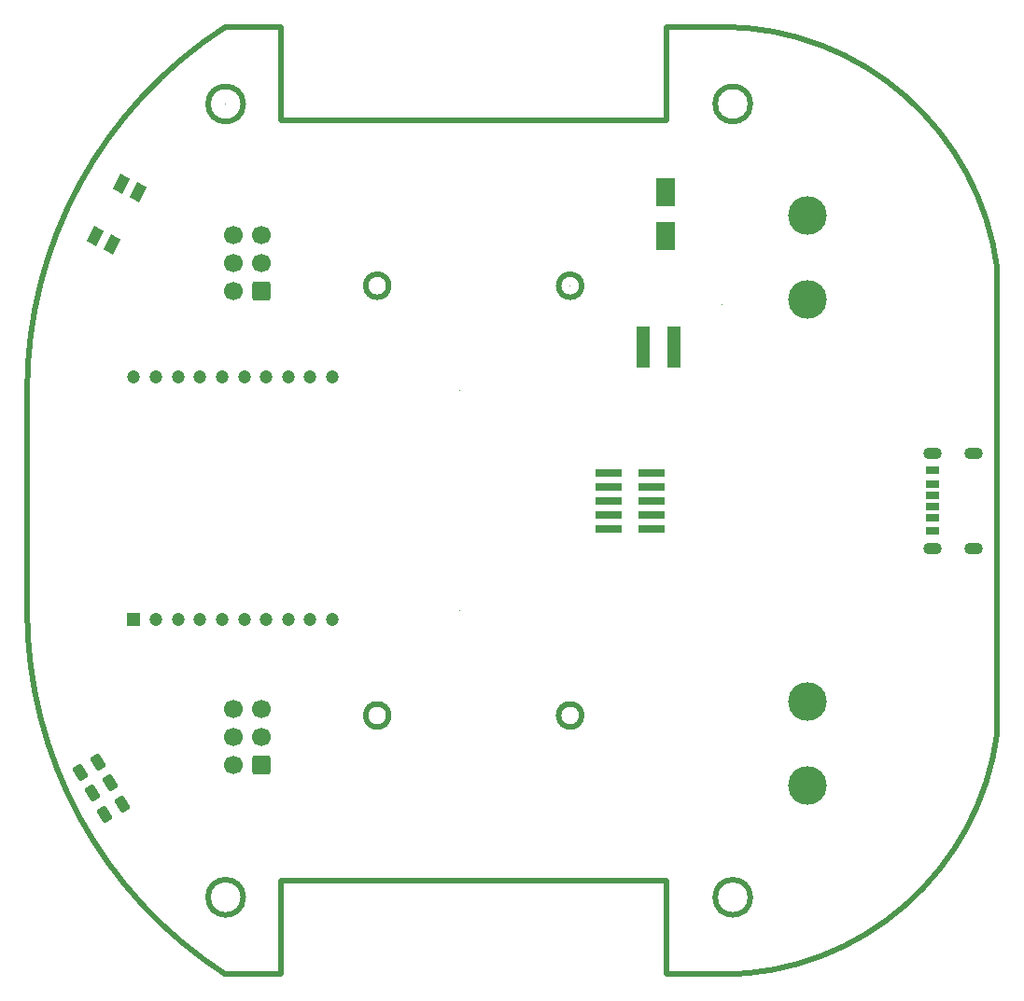
<source format=gbr>
%TF.GenerationSoftware,KiCad,Pcbnew,6.0.7-f9a2dced07~116~ubuntu20.04.1*%
%TF.CreationDate,2022-08-31T16:11:48+02:00*%
%TF.ProjectId,dumber-v3,64756d62-6572-42d7-9633-2e6b69636164,1.1*%
%TF.SameCoordinates,Original*%
%TF.FileFunction,Soldermask,Top*%
%TF.FilePolarity,Negative*%
%FSLAX46Y46*%
G04 Gerber Fmt 4.6, Leading zero omitted, Abs format (unit mm)*
G04 Created by KiCad (PCBNEW 6.0.7-f9a2dced07~116~ubuntu20.04.1) date 2022-08-31 16:11:48*
%MOMM*%
%LPD*%
G01*
G04 APERTURE LIST*
G04 Aperture macros list*
%AMRoundRect*
0 Rectangle with rounded corners*
0 $1 Rounding radius*
0 $2 $3 $4 $5 $6 $7 $8 $9 X,Y pos of 4 corners*
0 Add a 4 corners polygon primitive as box body*
4,1,4,$2,$3,$4,$5,$6,$7,$8,$9,$2,$3,0*
0 Add four circle primitives for the rounded corners*
1,1,$1+$1,$2,$3*
1,1,$1+$1,$4,$5*
1,1,$1+$1,$6,$7*
1,1,$1+$1,$8,$9*
0 Add four rect primitives between the rounded corners*
20,1,$1+$1,$2,$3,$4,$5,0*
20,1,$1+$1,$4,$5,$6,$7,0*
20,1,$1+$1,$6,$7,$8,$9,0*
20,1,$1+$1,$8,$9,$2,$3,0*%
%AMRotRect*
0 Rectangle, with rotation*
0 The origin of the aperture is its center*
0 $1 length*
0 $2 width*
0 $3 Rotation angle, in degrees counterclockwise*
0 Add horizontal line*
21,1,$1,$2,0,0,$3*%
G04 Aperture macros list end*
%TA.AperFunction,Profile*%
%ADD10C,0.010050*%
%TD*%
%TA.AperFunction,Profile*%
%ADD11C,0.500000*%
%TD*%
%ADD12RotRect,1.550000X1.000000X243.000000*%
%ADD13RoundRect,0.250000X0.600000X0.600000X-0.600000X0.600000X-0.600000X-0.600000X0.600000X-0.600000X0*%
%ADD14C,1.700000*%
%ADD15R,1.800000X2.500000*%
%ADD16RoundRect,0.243750X0.017031X-0.516999X0.439219X-0.273249X-0.017031X0.516999X-0.439219X0.273249X0*%
%ADD17C,3.500000*%
%ADD18R,1.200000X0.700000*%
%ADD19R,1.200000X0.760000*%
%ADD20R,1.200000X0.800000*%
%ADD21O,1.700000X1.100000*%
%ADD22R,2.400000X0.740000*%
%ADD23R,1.200000X3.700000*%
%ADD24R,1.200000X1.200000*%
%ADD25C,1.200000*%
G04 APERTURE END LIST*
D10*
X173755025Y-70000000D02*
G75*
G03*
X173755025Y-70000000I-5025J0D01*
G01*
X141505025Y-86500000D02*
G75*
G03*
X141505025Y-86500000I-5025J0D01*
G01*
D11*
X175350000Y-70000000D02*
G75*
G03*
X175350000Y-70000000I-1600000J0D01*
G01*
X142550000Y-86500000D02*
G75*
G03*
X142550000Y-86500000I-1050000J0D01*
G01*
X167750000Y-63000000D02*
X167750000Y-71500000D01*
X109750000Y-96000000D02*
X109750000Y-116000000D01*
X129350000Y-142000000D02*
G75*
G03*
X129350000Y-142000000I-1600000J0D01*
G01*
X127750000Y-63000000D02*
G75*
G03*
X109750000Y-96000000I21250000J-33000000D01*
G01*
X197750000Y-127000000D02*
X197750000Y-85000000D01*
X129350000Y-70000000D02*
G75*
G03*
X129350000Y-70000000I-1600000J0D01*
G01*
X167750000Y-149000000D02*
X172750000Y-149000000D01*
X172750000Y-63000000D02*
X167750000Y-63000000D01*
D10*
X172755025Y-123795455D02*
G75*
G03*
X172755025Y-123795455I-5025J0D01*
G01*
X159005025Y-125500000D02*
G75*
G03*
X159005025Y-125500000I-5025J0D01*
G01*
X159005025Y-86500000D02*
G75*
G03*
X159005025Y-86500000I-5025J0D01*
G01*
X172755025Y-88204545D02*
G75*
G03*
X172755025Y-88204545I-5025J0D01*
G01*
X149005025Y-116000000D02*
G75*
G03*
X149005025Y-116000000I-5025J0D01*
G01*
D11*
X132750000Y-149000000D02*
X132750000Y-140500000D01*
X167750000Y-140500000D02*
X167750000Y-149000000D01*
X127750000Y-149000000D02*
X132750000Y-149000000D01*
X167750000Y-71500000D02*
X132750000Y-71500000D01*
D10*
X127755025Y-70000000D02*
G75*
G03*
X127755025Y-70000000I-5025J0D01*
G01*
D11*
X109750000Y-116000000D02*
G75*
G03*
X127750000Y-149000000I39250000J0D01*
G01*
X175350000Y-142000000D02*
G75*
G03*
X175350000Y-142000000I-1600000J0D01*
G01*
D10*
X149005025Y-96000000D02*
G75*
G03*
X149005025Y-96000000I-5025J0D01*
G01*
D11*
X132750000Y-63000000D02*
X127750000Y-63000000D01*
X132750000Y-71500000D02*
X132750000Y-63000000D01*
X197750047Y-84999994D02*
G75*
G03*
X172750000Y-63000000I-25000047J-3204606D01*
G01*
X160050000Y-86500000D02*
G75*
G03*
X160050000Y-86500000I-1050000J0D01*
G01*
D10*
X173755025Y-142000000D02*
G75*
G03*
X173755025Y-142000000I-5025J0D01*
G01*
X141505025Y-125500000D02*
G75*
G03*
X141505025Y-125500000I-5025J0D01*
G01*
D11*
X132750000Y-140500000D02*
X167750000Y-140500000D01*
X160050000Y-125500000D02*
G75*
G03*
X160050000Y-125500000I-1050000J0D01*
G01*
X142550000Y-125500000D02*
G75*
G03*
X142550000Y-125500000I-1050000J0D01*
G01*
X172750000Y-149000005D02*
G75*
G03*
X197750000Y-127000000I0J25204545D01*
G01*
D10*
X127755025Y-142000000D02*
G75*
G03*
X127755025Y-142000000I-5025J0D01*
G01*
D12*
%TO.C,SW1*%
X118334370Y-77275216D03*
X115950919Y-81953000D03*
X119849081Y-78047000D03*
X117465630Y-82724784D03*
%TD*%
D13*
%TO.C,J1*%
X131000000Y-87000000D03*
D14*
X128460000Y-87000000D03*
X131000000Y-84460000D03*
X128460000Y-84460000D03*
X131000000Y-81920000D03*
X128460000Y-81920000D03*
%TD*%
D15*
%TO.C,D2*%
X167640000Y-78010000D03*
X167640000Y-82010000D03*
%TD*%
D16*
%TO.C,D5*%
X116788101Y-134453750D03*
X118411899Y-133516250D03*
%TD*%
D17*
%TO.C,BT1*%
X180500000Y-124250000D03*
X180500000Y-131850000D03*
X180500000Y-80150000D03*
X180500000Y-87750000D03*
%TD*%
D13*
%TO.C,J2*%
X131000000Y-130000000D03*
D14*
X128460000Y-130000000D03*
X131000000Y-127460000D03*
X128460000Y-127460000D03*
X131000000Y-124920000D03*
X128460000Y-124920000D03*
%TD*%
D18*
%TO.C,P1*%
X191835000Y-106530000D03*
D19*
X191835000Y-104510000D03*
D20*
X191835000Y-103280000D03*
D18*
X191835000Y-105530000D03*
D19*
X191835000Y-107550000D03*
D20*
X191835000Y-108780000D03*
D21*
X191835000Y-101710000D03*
X195635000Y-110350000D03*
X195635000Y-101700000D03*
X191835000Y-110350000D03*
%TD*%
D22*
%TO.C,J3*%
X162515000Y-103505000D03*
X166415000Y-103505000D03*
X162515000Y-104775000D03*
X166415000Y-104775000D03*
X162515000Y-106045000D03*
X166415000Y-106045000D03*
X162515000Y-107315000D03*
X166415000Y-107315000D03*
X162515000Y-108585000D03*
X166415000Y-108585000D03*
%TD*%
D23*
%TO.C,L2*%
X168405000Y-92075000D03*
X165605000Y-92075000D03*
%TD*%
D24*
%TO.C,U1*%
X119435000Y-116800000D03*
D25*
X121435000Y-116800000D03*
X123435000Y-116800000D03*
X125435000Y-116800000D03*
X127435000Y-116800000D03*
X129435000Y-116800000D03*
X131435000Y-116800000D03*
X133435000Y-116800000D03*
X135435000Y-116800000D03*
X137435000Y-116800000D03*
X137435000Y-94800000D03*
X135435000Y-94800000D03*
X133435000Y-94800000D03*
X131435000Y-94800000D03*
X129435000Y-94800000D03*
X127435000Y-94800000D03*
X125435000Y-94800000D03*
X123435000Y-94800000D03*
X121435000Y-94800000D03*
X119435000Y-94800000D03*
%TD*%
D16*
%TO.C,D4*%
X115647101Y-132548750D03*
X117270899Y-131611250D03*
%TD*%
%TO.C,D3*%
X114588101Y-130643750D03*
X116211899Y-129706250D03*
%TD*%
M02*

</source>
